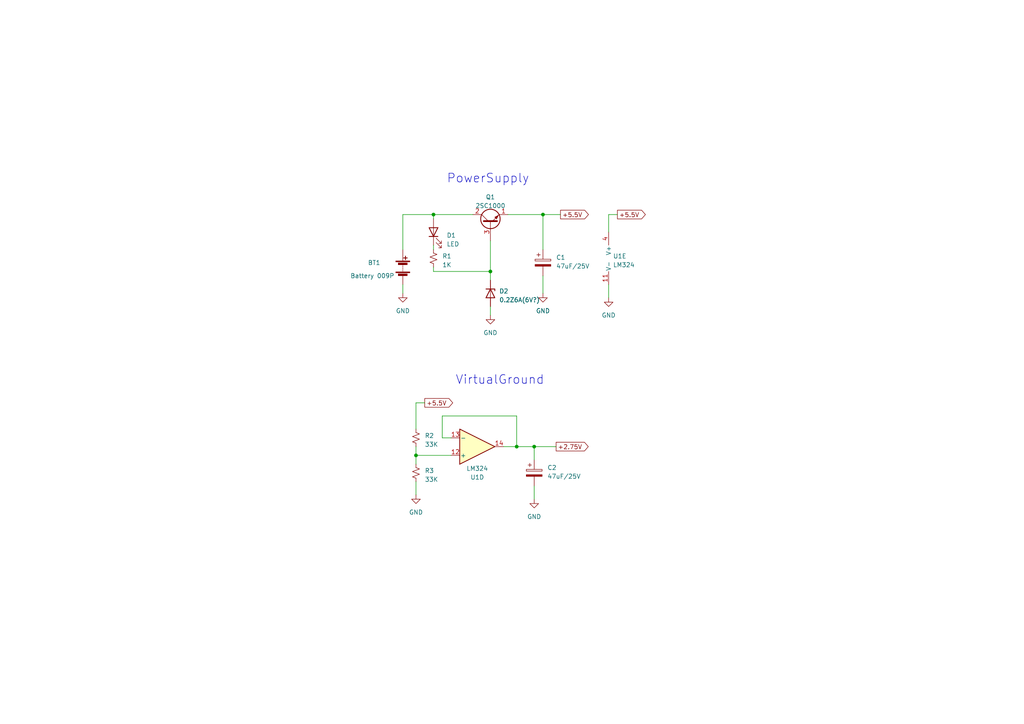
<source format=kicad_sch>
(kicad_sch (version 20230121) (generator eeschema)
  (paper "A4")
  (lib_symbols
    (symbol "Amplifier_Operational:LM324" (pin_names (offset 0.127))
      (property "Reference" "U" (at 0 5.08 0))
      (property "Value" "LM324" (at 0 -5.08 0))
      (symbol "LM324_1_1"
        (polyline (pts (xy -5.08 5.08) (xy 5.08 0) (xy -5.08 -5.08) (xy -5.08 5.08)) (stroke (width 0.254)) (fill (type background)))
        (pin output line (at 7.62 0 180) (length 2.54) (name "~") (number "1"))
        (pin input line (at -7.62 -2.54 0) (length 2.54) (name "-") (number "2"))
        (pin input line (at -7.62 2.54 0) (length 2.54) (name "+") (number "3"))
      )
      (symbol "LM324_2_1"
        (polyline (pts (xy -5.08 5.08) (xy 5.08 0) (xy -5.08 -5.08) (xy -5.08 5.08)) (stroke (width 0.254)) (fill (type background)))
        (pin input line (at -7.62 2.54 0) (length 2.54) (name "+") (number "5"))
        (pin input line (at -7.62 -2.54 0) (length 2.54) (name "-") (number "6"))
        (pin output line (at 7.62 0 180) (length 2.54) (name "~") (number "7"))
      )
      (symbol "LM324_3_1"
        (polyline (pts (xy -5.08 5.08) (xy 5.08 0) (xy -5.08 -5.08) (xy -5.08 5.08)) (stroke (width 0.254)) (fill (type background)))
        (pin input line (at -7.62 2.54 0) (length 2.54) (name "+") (number "10"))
        (pin output line (at 7.62 0 180) (length 2.54) (name "~") (number "8"))
        (pin input line (at -7.62 -2.54 0) (length 2.54) (name "-") (number "9"))
      )
      (symbol "LM324_4_1"
        (polyline (pts (xy -5.08 5.08) (xy 5.08 0) (xy -5.08 -5.08) (xy -5.08 5.08)) (stroke (width 0.254)) (fill (type background)))
        (pin input line (at -7.62 2.54 0) (length 2.54) (name "+") (number "12"))
        (pin input line (at -7.62 -2.54 0) (length 2.54) (name "-") (number "13"))
        (pin output line (at 7.62 0 180) (length 2.54) (name "~") (number "14"))
      )
      (symbol "LM324_5_1"
        (pin power_in line (at -2.54 -7.62 90) (length 3.81) (name "V-") (number "11"))
        (pin power_in line (at -2.54 7.62 270) (length 3.81) (name "V+") (number "4"))
      )
    )
    (symbol "Device:Battery" (pin_numbers hide) (pin_names (offset 0) hide)
      (property "Reference" "BT" (at 2.54 2.54 0))
      (property "Value" "Battery" (at 2.54 0 0))
      (symbol "Battery_0_1"
        (rectangle (start -2.032 -1.397) (end 2.032 -1.651) (fill (type outline)))
        (rectangle (start -2.032 1.778) (end 2.032 1.524) (fill (type outline)))
        (rectangle (start -1.3208 -1.9812) (end 1.27 -2.4892) (fill (type outline)))
        (rectangle (start -1.3208 1.1938) (end 1.27 0.6858) (fill (type outline)))
        (polyline (pts (xy 0 -1.524) (xy 0 -1.27)))
        (polyline (pts (xy 0 -1.016) (xy 0 -0.762)))
        (polyline (pts (xy 0 -0.508) (xy 0 -0.254)))
        (polyline (pts (xy 0 0) (xy 0 0.254)))
        (polyline (pts (xy 0 0.508) (xy 0 0.762)))
        (polyline (pts (xy 0 1.778) (xy 0 2.54)))
        (polyline (pts (xy 0.254 2.667) (xy 1.27 2.667)) (stroke (width 0.254)))
        (polyline (pts (xy 0.762 3.175) (xy 0.762 2.159)) (stroke (width 0.254)))
      )
      (symbol "Battery_1_1"
        (pin passive line (at 0 5.08 270) (length 2.54) (name "+") (number "1"))
        (pin passive line (at 0 -5.08 90) (length 2.54) (name "-") (number "2"))
      )
    )
    (symbol "Device:C_Polarized" (pin_numbers hide) (pin_names (offset 0.254))
      (property "Reference" "C" (at 0.635 2.54 0))
      (property "Value" "C_Polarized" (at 0.635 -2.54 0))
      (symbol "C_Polarized_0_1"
        (rectangle (start -2.286 0.508) (end 2.286 1.016))
        (polyline (pts (xy -1.778 2.286) (xy -0.762 2.286)))
        (polyline (pts (xy -1.27 2.794) (xy -1.27 1.778)))
        (rectangle (start 2.286 -0.508) (end -2.286 -1.016) (fill (type outline)))
      )
      (symbol "C_Polarized_1_1"
        (pin passive line (at 0 3.81 270) (length 2.794) (name "~") (number "1"))
        (pin passive line (at 0 -3.81 90) (length 2.794) (name "~") (number "2"))
      )
    )
    (symbol "Device:D_Zener" (pin_numbers hide) (pin_names (offset 1.016) hide)
      (property "Reference" "D" (at 0 2.54 0))
      (property "Value" "D_Zener" (at 0 -2.54 0))
      (symbol "D_Zener_0_1"
        (polyline (pts (xy 1.27 0) (xy -1.27 0)))
        (polyline (pts (xy -1.27 -1.27) (xy -1.27 1.27) (xy -0.762 1.27)) (stroke (width 0.254)))
        (polyline (pts (xy 1.27 -1.27) (xy 1.27 1.27) (xy -1.27 0) (xy 1.27 -1.27)) (stroke (width 0.254)))
      )
      (symbol "D_Zener_1_1"
        (pin passive line (at -3.81 0 0) (length 2.54) (name "K") (number "1"))
        (pin passive line (at 3.81 0 180) (length 2.54) (name "A") (number "2"))
      )
    )
    (symbol "Device:LED" (pin_numbers hide) (pin_names (offset 1.016) hide)
      (property "Reference" "D" (at 0 2.54 0))
      (property "Value" "LED" (at 0 -2.54 0))
      (symbol "LED_0_1"
        (polyline (pts (xy -1.27 -1.27) (xy -1.27 1.27)) (stroke (width 0.254)))
        (polyline (pts (xy -1.27 0) (xy 1.27 0)))
        (polyline (pts (xy 1.27 -1.27) (xy 1.27 1.27) (xy -1.27 0) (xy 1.27 -1.27)) (stroke (width 0.254)))
        (polyline (pts (xy -3.048 -0.762) (xy -4.572 -2.286) (xy -3.81 -2.286) (xy -4.572 -2.286) (xy -4.572 -1.524)))
        (polyline (pts (xy -1.778 -0.762) (xy -3.302 -2.286) (xy -2.54 -2.286) (xy -3.302 -2.286) (xy -3.302 -1.524)))
      )
      (symbol "LED_1_1"
        (pin passive line (at -3.81 0 0) (length 2.54) (name "K") (number "1"))
        (pin passive line (at 3.81 0 180) (length 2.54) (name "A") (number "2"))
      )
    )
    (symbol "Device:R_Small_US" (pin_numbers hide) (pin_names (offset 0.254) hide)
      (property "Reference" "R" (at 0.762 0.508 0))
      (property "Value" "R_Small_US" (at 0.762 -1.016 0))
      (symbol "R_Small_US_1_1"
        (polyline (pts (xy 0 0) (xy 1.016 -0.381) (xy 0 -0.762) (xy -1.016 -1.143) (xy 0 -1.524)))
        (polyline (pts (xy 0 1.524) (xy 1.016 1.143) (xy 0 0.762) (xy -1.016 0.381) (xy 0 0)))
        (pin passive line (at 0 2.54 270) (length 1.016) (name "~") (number "1"))
        (pin passive line (at 0 -2.54 90) (length 1.016) (name "~") (number "2"))
      )
    )
    (symbol "Transistor_BJT:2SC1815" (pin_names (offset 0) hide)
      (property "Reference" "Q" (at 5.08 1.905 0))
      (property "Value" "2SC1815" (at 5.08 0 0))
      (symbol "2SC1815_0_1"
        (polyline (pts (xy 0 0) (xy 0.508 0)))
        (polyline (pts (xy 0.635 0.635) (xy 2.54 2.54)))
        (polyline (pts (xy 0.635 -0.635) (xy 2.54 -2.54) (xy 2.54 -2.54)))
        (polyline (pts (xy 0.635 1.905) (xy 0.635 -1.905) (xy 0.635 -1.905)) (stroke (width 0.508)))
        (polyline (pts (xy 1.27 -1.778) (xy 1.778 -1.27) (xy 2.286 -2.286) (xy 1.27 -1.778) (xy 1.27 -1.778)) (fill (type outline)))
        (circle (center 1.27 0) (radius 2.8194) (stroke (width 0.254)))
      )
      (symbol "2SC1815_1_1"
        (pin passive line (at 2.54 -5.08 90) (length 2.54) (name "E") (number "1"))
        (pin passive line (at 2.54 5.08 270) (length 2.54) (name "C") (number "2"))
        (pin input line (at -5.08 0 0) (length 5.08) (name "B") (number "3"))
      )
    )
    (symbol "power:GND" (power) (pin_names (offset 0))
      (property "Value" "GND" (at 0 -3.81 0))
      (symbol "GND_0_1"
        (polyline (pts (xy 0 0) (xy 0 -1.27) (xy 1.27 -1.27) (xy 0 -2.54) (xy -1.27 -1.27) (xy 0 -1.27)))
      )
      (symbol "GND_1_1"
        (pin power_in line (at 0 0 270) (length 0) hide (name "GND") (number "1"))
      )
    )
  )
  (junction (at 120.65 132.08))
  (junction (at 157.48 62.23))
  (junction (at 142.24 78.74))
  (junction (at 154.94 129.54))
  (junction (at 149.86 129.54))
  (junction (at 125.73 62.23))
  (wire (pts (xy 125.73 71.12) (xy 125.73 72.39)))
  (wire (pts (xy 128.27 127) (xy 128.27 120.65)))
  (wire (pts (xy 176.53 62.23) (xy 176.53 67.31)))
  (wire (pts (xy 125.73 77.47) (xy 125.73 78.74)))
  (wire (pts (xy 125.73 62.23) (xy 137.16 62.23)))
  (wire (pts (xy 116.84 62.23) (xy 116.84 72.39)))
  (wire (pts (xy 116.84 62.23) (xy 125.73 62.23)))
  (wire (pts (xy 120.65 116.84) (xy 120.65 124.46)))
  (wire (pts (xy 147.32 62.23) (xy 157.48 62.23)))
  (wire (pts (xy 120.65 132.08) (xy 120.65 134.62)))
  (wire (pts (xy 157.48 62.23) (xy 157.48 72.39)))
  (wire (pts (xy 157.48 80.01) (xy 157.48 85.09)))
  (wire (pts (xy 149.86 129.54) (xy 146.05 129.54)))
  (wire (pts (xy 123.19 116.84) (xy 120.65 116.84)))
  (wire (pts (xy 142.24 88.9) (xy 142.24 91.44)))
  (wire (pts (xy 142.24 69.85) (xy 142.24 78.74)))
  (wire (pts (xy 128.27 120.65) (xy 149.86 120.65)))
  (wire (pts (xy 154.94 129.54) (xy 161.29 129.54)))
  (wire (pts (xy 154.94 129.54) (xy 154.94 133.35)))
  (wire (pts (xy 120.65 139.7) (xy 120.65 143.51)))
  (wire (pts (xy 154.94 140.97) (xy 154.94 144.78)))
  (wire (pts (xy 130.81 127) (xy 128.27 127)))
  (wire (pts (xy 176.53 82.55) (xy 176.53 86.36)))
  (wire (pts (xy 142.24 78.74) (xy 142.24 81.28)))
  (wire (pts (xy 157.48 62.23) (xy 162.56 62.23)))
  (wire (pts (xy 125.73 78.74) (xy 142.24 78.74)))
  (wire (pts (xy 116.84 82.55) (xy 116.84 85.09)))
  (wire (pts (xy 120.65 129.54) (xy 120.65 132.08)))
  (wire (pts (xy 125.73 62.23) (xy 125.73 63.5)))
  (wire (pts (xy 120.65 132.08) (xy 130.81 132.08)))
  (wire (pts (xy 149.86 120.65) (xy 149.86 129.54)))
  (wire (pts (xy 179.07 62.23) (xy 176.53 62.23)))
  (wire (pts (xy 149.86 129.54) (xy 154.94 129.54)))
  (text "VirtualGround" (at 132.08 111.76 0) (effects (font (size 2.54 2.54)) (justify left bottom)))
  (text "PowerSupply" (at 129.54 53.34 0) (effects (font (size 2.54 2.54)) (justify left bottom)))
  (global_label "+5.5V" (shape output) (at 162.56 62.23 0) (property "Intersheetrefs" "${INTERSHEET_REFS}" (effects hide)))
  (global_label "+5.5V" (shape output) (at 179.07 62.23 0) (property "Intersheetrefs" "${INTERSHEET_REFS}" (effects hide)))
  (global_label "+2.75V" (shape output) (at 161.29 129.54 0) (property "Intersheetrefs" "${INTERSHEET_REFS}" (effects hide)))
  (global_label "+5.5V" (shape output) (at 123.19 116.84 0) (property "Intersheetrefs" "${INTERSHEET_REFS}" (effects hide)))
  (symbol (lib_id "Device:Battery") (at 116.84 77.47 0) (unit 1)
    (property "Reference" "BT1" (at 106.68 76.2 0) (effects (justify left)))
    (property "Value" "Battery 009P" (at 101.6 80.01 0) (effects (justify left)))
    (property "Footprint" "Battery:BatteryHolder_MPD_BA9VPC_1xPP3" (effects hide))
  )
  (symbol (lib_id "Device:R_Small_US") (at 120.65 137.16 0) (unit 1)
    (property "Reference" "R3" (at 123.19 136.525 0) (effects (justify left)))
    (property "Value" "33K" (at 123.19 139.065 0) (effects (justify left)))
    (property "Footprint" "Resistor_THT:R_Axial_DIN0207_L6.3mm_D2.5mm_P10.16mm_Horizontal" (effects hide))
    (instances (project "Effector81_SynthDrum" (path "" (reference "R3") (unit 1)) (path "" (reference "R2") (unit 1))))
  )
  (symbol (lib_id "Device:C_Polarized") (at 154.94 137.16 0) (unit 1)
    (property "Reference" "C2" (at 158.75 135.636 0) (effects (justify left)))
    (property "Value" "47uF/25V" (at 158.75 138.176 0) (effects (justify left)))
    (property "Footprint" "Capacitor_THT:CP_Radial_D5.0mm_P2.00mm" (effects hide))
    (instances (project "Effector81_SynthDrum" (path "" (reference "C2") (unit 1)) (path "" (reference "C1") (unit 1))))
  )
  (symbol (lib_id "Amplifier_Operational:LM324") (at 179.07 74.93 0) (unit 5)
    (property "Reference" "U1" (at 177.8 74.295 0) (effects (justify left)))
    (property "Value" "LM324" (at 177.8 76.835 0) (effects (justify left)))
    (property "Footprint" "Package_DIP:DIP-14_W7.62mm_LongPads" (effects hide))
    (property "Datasheet" "http://www.ti.com/lit/ds/symlink/lm2902-n.pdf" (effects hide))
  )
  (symbol (lib_id "Device:R_Small_US") (at 120.65 127 0) (unit 1)
    (property "Reference" "R2" (at 123.19 126.365 0) (effects (justify left)))
    (property "Value" "33K" (at 123.19 128.905 0) (effects (justify left)))
    (property "Footprint" "Resistor_THT:R_Axial_DIN0207_L6.3mm_D2.5mm_P10.16mm_Horizontal" (effects hide))
    (instances (project "Effector81_SynthDrum" (path "" (reference "R2") (unit 1)) (path "" (reference "R1") (unit 1))))
  )
  (symbol (lib_id "Device:C_Polarized") (at 157.48 76.2 0) (unit 1)
    (property "Reference" "C1" (at 161.29 74.676 0) (effects (justify left)))
    (property "Value" "47uF/25V" (at 161.29 77.216 0) (effects (justify left)))
    (property "Footprint" "Capacitor_THT:CP_Radial_D5.0mm_P2.00mm" (effects hide))
    (instances (project "Effector81_SynthDrum" (path "" (reference "C1") (unit 1)) (path "" (reference "C2") (unit 1))))
  )
  (symbol (lib_id "power:GND") (at 142.24 91.44 0) (unit 1)
    (property "Reference" "#PWR03" (effects hide))
    (property "Value" "GND" (at 142.24 96.52 0))
  )
  (symbol (lib_id "Device:D_Zener") (at 142.24 85.09 270) (unit 1)
    (property "Reference" "D2" (at 144.78 84.455 90) (effects (justify left)))
    (property "Value" "0.2Z6A(6V?)" (at 144.78 86.995 90) (effects (justify left)))
    (property "Footprint" "Diode_THT:D_DO-34_SOD68_P7.62mm_Horizontal" (effects hide))
  )
  (symbol (lib_id "Amplifier_Operational:LM324") (at 138.43 129.54 0) (mirror x) (unit 4)
    (property "Reference" "U1" (at 138.43 138.43 0))
    (property "Value" "LM324" (at 138.43 135.89 0))
    (property "Footprint" "Package_DIP:DIP-14_W7.62mm_LongPads" (effects hide))
    (property "Datasheet" "http://www.ti.com/lit/ds/symlink/lm2902-n.pdf" (effects hide))
  )
  (symbol (lib_id "power:GND") (at 154.94 144.78 0) (unit 1)
    (property "Reference" "#PWR06" (effects hide))
    (property "Value" "GND" (at 154.94 149.86 0))
    (instances (project "Effector81_SynthDrum" (path "" (reference "#PWR06") (unit 1)) (path "" (reference "#PWR04") (unit 1))))
  )
  (symbol (lib_id "Device:LED") (at 125.73 67.31 90) (unit 1)
    (property "Reference" "D1" (at 129.54 68.2625 90) (effects (justify right)))
    (property "Value" "LED" (at 129.54 70.8025 90) (effects (justify right)))
    (property "Footprint" "LED_THT:LED_D5.0mm" (effects hide))
  )
  (symbol (lib_id "power:GND") (at 176.53 86.36 0) (unit 1)
    (property "Reference" "#PWR02" (effects hide))
    (property "Value" "GND" (at 176.53 91.44 0))
    (instances (project "Effector81_SynthDrum" (path "" (reference "#PWR02") (unit 1)) (path "" (reference "#PWR06") (unit 1))))
  )
  (symbol (lib_id "Device:R_Small_US") (at 125.73 74.93 0) (unit 1)
    (property "Reference" "R1" (at 128.27 74.295 0) (effects (justify left)))
    (property "Value" "1K" (at 128.27 76.835 0) (effects (justify left)))
    (property "Footprint" "Resistor_THT:R_Axial_DIN0207_L6.3mm_D2.5mm_P10.16mm_Horizontal" (effects hide))
    (instances (project "Effector81_SynthDrum" (path "" (reference "R1") (unit 1)) (path "" (reference "R3") (unit 1))))
  )
  (symbol (lib_id "power:GND") (at 157.48 85.09 0) (unit 1)
    (property "Reference" "#PWR04" (effects hide))
    (property "Value" "GND" (at 157.48 90.17 0))
    (instances (project "Effector81_SynthDrum" (path "" (reference "#PWR04") (unit 1)) (path "" (reference "#PWR05") (unit 1))))
  )
  (symbol (lib_id "power:GND") (at 120.65 143.51 0) (unit 1)
    (property "Reference" "#PWR05" (effects hide))
    (property "Value" "GND" (at 120.65 148.59 0))
    (instances (project "Effector81_SynthDrum" (path "" (reference "#PWR05") (unit 1)) (path "" (reference "#PWR01") (unit 1))))
  )
  (symbol (lib_id "power:GND") (at 116.84 85.09 0) (unit 1)
    (property "Reference" "#PWR01" (effects hide))
    (property "Value" "GND" (at 116.84 90.17 0))
    (instances (project "Effector81_SynthDrum" (path "" (reference "#PWR01") (unit 1)) (path "" (reference "#PWR02") (unit 1))))
  )
  (symbol (lib_id "Transistor_BJT:2SC1815") (at 142.24 64.77 90) (unit 1)
    (property "Reference" "Q1" (at 142.24 57.15 90))
    (property "Value" "2SC1000" (at 142.24 59.69 90))
    (property "Footprint" "Package_TO_SOT_THT:TO-92_Inline" (effects hide))
    (property "Datasheet" "https://media.digikey.com/pdf/Data%20Sheets/Toshiba%20PDFs/2SC1815.pdf" (effects hide))
  )
)
</source>
